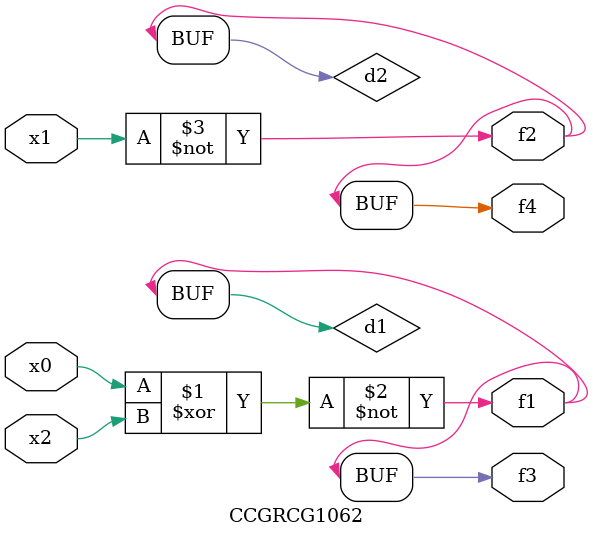
<source format=v>
module CCGRCG1062(
	input x0, x1, x2,
	output f1, f2, f3, f4
);

	wire d1, d2, d3;

	xnor (d1, x0, x2);
	nand (d2, x1);
	nor (d3, x1, x2);
	assign f1 = d1;
	assign f2 = d2;
	assign f3 = d1;
	assign f4 = d2;
endmodule

</source>
